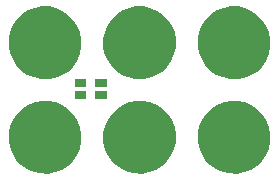
<source format=gts>
%TF.GenerationSoftware,KiCad,Pcbnew,4.0.5-e0-6337~49~ubuntu16.04.1*%
%TF.CreationDate,2017-05-29T07:08:14-07:00*%
%TF.ProjectId,2x3-LED-RGB-SMT,3278332D4C45442D5247422D534D542E,v1.1*%
%TF.FileFunction,Soldermask,Top*%
%FSLAX46Y46*%
G04 Gerber Fmt 4.6, Leading zero omitted, Abs format (unit mm)*
G04 Created by KiCad (PCBNEW 4.0.5-e0-6337~49~ubuntu16.04.1) date Mon May 29 07:08:14 2017*
%MOMM*%
%LPD*%
G01*
G04 APERTURE LIST*
%ADD10C,0.350000*%
G04 APERTURE END LIST*
D10*
G36*
X33115510Y-33451047D02*
X33706455Y-33572351D01*
X34262598Y-33806132D01*
X34762734Y-34143478D01*
X35187821Y-34571543D01*
X35521666Y-35074021D01*
X35751556Y-35631776D01*
X35868664Y-36223214D01*
X35868664Y-36223224D01*
X35868731Y-36223563D01*
X35859110Y-36912616D01*
X35859033Y-36912954D01*
X35859033Y-36912962D01*
X35725457Y-37500901D01*
X35480085Y-38052016D01*
X35132337Y-38544978D01*
X34695462Y-38961009D01*
X34186100Y-39284261D01*
X33623654Y-39502419D01*
X33029547Y-39607176D01*
X32426403Y-39594542D01*
X31837200Y-39464997D01*
X31284382Y-39223477D01*
X30789007Y-38879182D01*
X30369937Y-38445223D01*
X30043138Y-37938130D01*
X29821056Y-37377214D01*
X29712155Y-36783858D01*
X29720577Y-36180641D01*
X29846006Y-35590547D01*
X30083659Y-35036058D01*
X30424491Y-34538288D01*
X30855512Y-34116200D01*
X31360313Y-33785868D01*
X31919659Y-33559877D01*
X32512245Y-33446836D01*
X33115510Y-33451047D01*
X33115510Y-33451047D01*
G37*
G36*
X41115510Y-33451047D02*
X41706455Y-33572351D01*
X42262598Y-33806132D01*
X42762734Y-34143478D01*
X43187821Y-34571543D01*
X43521666Y-35074021D01*
X43751556Y-35631776D01*
X43868664Y-36223214D01*
X43868664Y-36223224D01*
X43868731Y-36223563D01*
X43859110Y-36912616D01*
X43859033Y-36912954D01*
X43859033Y-36912962D01*
X43725457Y-37500901D01*
X43480085Y-38052016D01*
X43132337Y-38544978D01*
X42695462Y-38961009D01*
X42186100Y-39284261D01*
X41623654Y-39502419D01*
X41029547Y-39607176D01*
X40426403Y-39594542D01*
X39837200Y-39464997D01*
X39284382Y-39223477D01*
X38789007Y-38879182D01*
X38369937Y-38445223D01*
X38043138Y-37938130D01*
X37821056Y-37377214D01*
X37712155Y-36783858D01*
X37720577Y-36180641D01*
X37846006Y-35590547D01*
X38083659Y-35036058D01*
X38424491Y-34538288D01*
X38855512Y-34116200D01*
X39360313Y-33785868D01*
X39919659Y-33559877D01*
X40512245Y-33446836D01*
X41115510Y-33451047D01*
X41115510Y-33451047D01*
G37*
G36*
X25115510Y-33451047D02*
X25706455Y-33572351D01*
X26262598Y-33806132D01*
X26762734Y-34143478D01*
X27187821Y-34571543D01*
X27521666Y-35074021D01*
X27751556Y-35631776D01*
X27868664Y-36223214D01*
X27868664Y-36223224D01*
X27868731Y-36223563D01*
X27859110Y-36912616D01*
X27859033Y-36912954D01*
X27859033Y-36912962D01*
X27725457Y-37500901D01*
X27480085Y-38052016D01*
X27132337Y-38544978D01*
X26695462Y-38961009D01*
X26186100Y-39284261D01*
X25623654Y-39502419D01*
X25029547Y-39607176D01*
X24426403Y-39594542D01*
X23837200Y-39464997D01*
X23284382Y-39223477D01*
X22789007Y-38879182D01*
X22369937Y-38445223D01*
X22043138Y-37938130D01*
X21821056Y-37377214D01*
X21712155Y-36783858D01*
X21720577Y-36180641D01*
X21846006Y-35590547D01*
X22083659Y-35036058D01*
X22424491Y-34538288D01*
X22855512Y-34116200D01*
X23360313Y-33785868D01*
X23919659Y-33559877D01*
X24512245Y-33446836D01*
X25115510Y-33451047D01*
X25115510Y-33451047D01*
G37*
G36*
X28293600Y-33251400D02*
X27291200Y-33251400D01*
X27291200Y-32599000D01*
X28293600Y-32599000D01*
X28293600Y-33251400D01*
X28293600Y-33251400D01*
G37*
G36*
X30043600Y-33251400D02*
X29041200Y-33251400D01*
X29041200Y-32599000D01*
X30043600Y-32599000D01*
X30043600Y-33251400D01*
X30043600Y-33251400D01*
G37*
G36*
X28293600Y-32251400D02*
X27291200Y-32251400D01*
X27291200Y-31599000D01*
X28293600Y-31599000D01*
X28293600Y-32251400D01*
X28293600Y-32251400D01*
G37*
G36*
X30043600Y-32251400D02*
X29041200Y-32251400D01*
X29041200Y-31599000D01*
X30043600Y-31599000D01*
X30043600Y-32251400D01*
X30043600Y-32251400D01*
G37*
G36*
X25115510Y-25451047D02*
X25706455Y-25572351D01*
X26262598Y-25806132D01*
X26762734Y-26143478D01*
X27187821Y-26571543D01*
X27521666Y-27074021D01*
X27751556Y-27631776D01*
X27868664Y-28223214D01*
X27868664Y-28223224D01*
X27868731Y-28223563D01*
X27859110Y-28912616D01*
X27859033Y-28912954D01*
X27859033Y-28912962D01*
X27725457Y-29500901D01*
X27480085Y-30052016D01*
X27132337Y-30544978D01*
X26695462Y-30961009D01*
X26186100Y-31284261D01*
X25623654Y-31502419D01*
X25029547Y-31607176D01*
X24426403Y-31594542D01*
X23837200Y-31464997D01*
X23284382Y-31223477D01*
X22789007Y-30879182D01*
X22369937Y-30445223D01*
X22043138Y-29938130D01*
X21821056Y-29377214D01*
X21712155Y-28783858D01*
X21720577Y-28180641D01*
X21846006Y-27590547D01*
X22083659Y-27036058D01*
X22424491Y-26538288D01*
X22855512Y-26116200D01*
X23360313Y-25785868D01*
X23919659Y-25559877D01*
X24512245Y-25446836D01*
X25115510Y-25451047D01*
X25115510Y-25451047D01*
G37*
G36*
X33115510Y-25451047D02*
X33706455Y-25572351D01*
X34262598Y-25806132D01*
X34762734Y-26143478D01*
X35187821Y-26571543D01*
X35521666Y-27074021D01*
X35751556Y-27631776D01*
X35868664Y-28223214D01*
X35868664Y-28223224D01*
X35868731Y-28223563D01*
X35859110Y-28912616D01*
X35859033Y-28912954D01*
X35859033Y-28912962D01*
X35725457Y-29500901D01*
X35480085Y-30052016D01*
X35132337Y-30544978D01*
X34695462Y-30961009D01*
X34186100Y-31284261D01*
X33623654Y-31502419D01*
X33029547Y-31607176D01*
X32426403Y-31594542D01*
X31837200Y-31464997D01*
X31284382Y-31223477D01*
X30789007Y-30879182D01*
X30369937Y-30445223D01*
X30043138Y-29938130D01*
X29821056Y-29377214D01*
X29712155Y-28783858D01*
X29720577Y-28180641D01*
X29846006Y-27590547D01*
X30083659Y-27036058D01*
X30424491Y-26538288D01*
X30855512Y-26116200D01*
X31360313Y-25785868D01*
X31919659Y-25559877D01*
X32512245Y-25446836D01*
X33115510Y-25451047D01*
X33115510Y-25451047D01*
G37*
G36*
X41115510Y-25451047D02*
X41706455Y-25572351D01*
X42262598Y-25806132D01*
X42762734Y-26143478D01*
X43187821Y-26571543D01*
X43521666Y-27074021D01*
X43751556Y-27631776D01*
X43868664Y-28223214D01*
X43868664Y-28223224D01*
X43868731Y-28223563D01*
X43859110Y-28912616D01*
X43859033Y-28912954D01*
X43859033Y-28912962D01*
X43725457Y-29500901D01*
X43480085Y-30052016D01*
X43132337Y-30544978D01*
X42695462Y-30961009D01*
X42186100Y-31284261D01*
X41623654Y-31502419D01*
X41029547Y-31607176D01*
X40426403Y-31594542D01*
X39837200Y-31464997D01*
X39284382Y-31223477D01*
X38789007Y-30879182D01*
X38369937Y-30445223D01*
X38043138Y-29938130D01*
X37821056Y-29377214D01*
X37712155Y-28783858D01*
X37720577Y-28180641D01*
X37846006Y-27590547D01*
X38083659Y-27036058D01*
X38424491Y-26538288D01*
X38855512Y-26116200D01*
X39360313Y-25785868D01*
X39919659Y-25559877D01*
X40512245Y-25446836D01*
X41115510Y-25451047D01*
X41115510Y-25451047D01*
G37*
M02*

</source>
